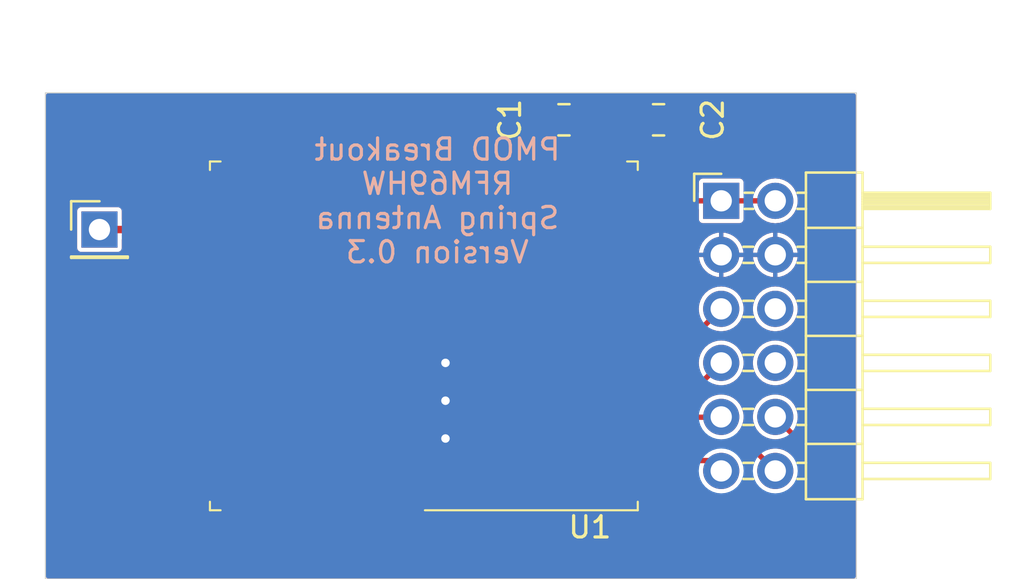
<source format=kicad_pcb>
(kicad_pcb (version 20221018) (generator pcbnew)
  (layers (0 "F.Cu" signal) (31 "B.Cu" signal) (34 "B.Paste" user) (35 "F.Paste" user) (36 "B.SilkS" user "B.Silkscreen") (37 "F.SilkS" user "F.Silkscreen") (38 "B.Mask" user) (39 "F.Mask" user) (44 "Edge.Cuts" user))
  (net 0 "")
  (net 1 "GND")
  (net 2 "DIO0")
  (net 3 "nRESET")
  (net 4 "nCS")
  (net 5 "SCK")
  (net 6 "MOSI")
  (net 7 "MISO")
  (net 8 "VCC")
  (net 11 "Net-(J2-Pin_1)")
  (footprint "Connector_PinHeader_2.54mm:PinHeader_2x06_P2.54mm_Horizontal" (layer "F.Cu") (at 149.86 43.18)
    (fp_text reference "J1" hide)
    (fp_text value "Conn_02x06_Odd_Even")
    (fp_line (start -1.27 -1.27) (end 0 -1.27) (stroke (width 0.12)) (layer "F.SilkS"))
    (fp_line (start -1.27 0) (end -1.27 -1.27) (stroke (width 0.12)) (layer "F.SilkS"))
    (fp_line (start 1.042929 2.16) (end 1.497071 2.16) (stroke (width 0.12)) (layer "F.SilkS"))
    (fp_line (start 1.042929 2.92) (end 1.497071 2.92) (stroke (width 0.12)) (layer "F.SilkS"))
    (fp_line (start 1.042929 4.7) (end 1.497071 4.7) (stroke (width 0.12)) (layer "F.SilkS"))
    (fp_line (start 1.042929 5.46) (end 1.497071 5.46) (stroke (width 0.12)) (layer "F.SilkS"))
    (fp_line (start 1.042929 7.24) (end 1.497071 7.24) (stroke (width 0.12)) (layer "F.SilkS"))
    (fp_line (start 1.042929 8) (end 1.497071 8) (stroke (width 0.12)) (layer "F.SilkS"))
    (fp_line (start 1.042929 9.78) (end 1.497071 9.78) (stroke (width 0.12)) (layer "F.SilkS"))
    (fp_line (start 1.042929 10.54) (end 1.497071 10.54) (stroke (width 0.12)) (layer "F.SilkS"))
    (fp_line (start 1.042929 12.32) (end 1.497071 12.32) (stroke (width 0.12)) (layer "F.SilkS"))
    (fp_line (start 1.042929 13.08) (end 1.497071 13.08) (stroke (width 0.12)) (layer "F.SilkS"))
    (fp_line (start 1.11 -0.38) (end 1.497071 -0.38) (stroke (width 0.12)) (layer "F.SilkS"))
    (fp_line (start 1.11 0.38) (end 1.497071 0.38) (stroke (width 0.12)) (layer "F.SilkS"))
    (fp_line (start 3.582929 -0.38) (end 3.98 -0.38) (stroke (width 0.12)) (layer "F.SilkS"))
    (fp_line (start 3.582929 0.38) (end 3.98 0.38) (stroke (width 0.12)) (layer "F.SilkS"))
    (fp_line (start 3.582929 2.16) (end 3.98 2.16) (stroke (width 0.12)) (layer "F.SilkS"))
    (fp_line (start 3.582929 2.92) (end 3.98 2.92) (stroke (width 0.12)) (layer "F.SilkS"))
    (fp_line (start 3.582929 4.7) (end 3.98 4.7) (stroke (width 0.12)) (layer "F.SilkS"))
    (fp_line (start 3.582929 5.46) (end 3.98 5.46) (stroke (width 0.12)) (layer "F.SilkS"))
    (fp_line (start 3.582929 7.24) (end 3.98 7.24) (stroke (width 0.12)) (layer "F.SilkS"))
    (fp_line (start 3.582929 8) (end 3.98 8) (stroke (width 0.12)) (layer "F.SilkS"))
    (fp_line (start 3.582929 9.78) (end 3.98 9.78) (stroke (width 0.12)) (layer "F.SilkS"))
    (fp_line (start 3.582929 10.54) (end 3.98 10.54) (stroke (width 0.12)) (layer "F.SilkS"))
    (fp_line (start 3.582929 12.32) (end 3.98 12.32) (stroke (width 0.12)) (layer "F.SilkS"))
    (fp_line (start 3.582929 13.08) (end 3.98 13.08) (stroke (width 0.12)) (layer "F.SilkS"))
    (fp_line (start 3.98 -1.33) (end 3.98 14.03) (stroke (width 0.12)) (layer "F.SilkS"))
    (fp_line (start 3.98 1.27) (end 6.64 1.27) (stroke (width 0.12)) (layer "F.SilkS"))
    (fp_line (start 3.98 3.81) (end 6.64 3.81) (stroke (width 0.12)) (layer "F.SilkS"))
    (fp_line (start 3.98 6.35) (end 6.64 6.35) (stroke (width 0.12)) (layer "F.SilkS"))
    (fp_line (start 3.98 8.89) (end 6.64 8.89) (stroke (width 0.12)) (layer "F.SilkS"))
    (fp_line (start 3.98 11.43) (end 6.64 11.43) (stroke (width 0.12)) (layer "F.SilkS"))
    (fp_line (start 3.98 14.03) (end 6.64 14.03) (stroke (width 0.12)) (layer "F.SilkS"))
    (fp_line (start 6.64 -1.33) (end 3.98 -1.33) (stroke (width 0.12)) (layer "F.SilkS"))
    (fp_line (start 6.64 -0.38) (end 12.64 -0.38) (stroke (width 0.12)) (layer "F.SilkS"))
    (fp_line (start 6.64 -0.32) (end 12.64 -0.32) (stroke (width 0.12)) (layer "F.SilkS"))
    (fp_line (start 6.64 -0.2) (end 12.64 -0.2) (stroke (width 0.12)) (layer "F.SilkS"))
    (fp_line (start 6.64 -0.08) (end 12.64 -0.08) (stroke (width 0.12)) (layer "F.SilkS"))
    (fp_line (start 6.64 0.04) (end 12.64 0.04) (stroke (width 0.12)) (layer "F.SilkS"))
    (fp_line (start 6.64 0.16) (end 12.64 0.16) (stroke (width 0.12)) (layer "F.SilkS"))
    (fp_line (start 6.64 0.28) (end 12.64 0.28) (stroke (width 0.12)) (layer "F.SilkS"))
    (fp_line (start 6.64 2.16) (end 12.64 2.16) (stroke (width 0.12)) (layer "F.SilkS"))
    (fp_line (start 6.64 4.7) (end 12.64 4.7) (stroke (width 0.12)) (layer "F.SilkS"))
    (fp_line (start 6.64 7.24) (end 12.64 7.24) (stroke (width 0.12)) (layer "F.SilkS"))
    (fp_line (start 6.64 9.78) (end 12.64 9.78) (stroke (width 0.12)) (layer "F.SilkS"))
    (fp_line (start 6.64 12.32) (end 12.64 12.32) (stroke (width 0.12)) (layer "F.SilkS"))
    (fp_line (start 6.64 14.03) (end 6.64 -1.33) (stroke (width 0.12)) (layer "F.SilkS"))
    (fp_line (start 12.64 -0.38) (end 12.64 0.38) (stroke (width 0.12)) (layer "F.SilkS"))
    (fp_line (start 12.64 0.38) (end 6.64 0.38) (stroke (width 0.12)) (layer "F.SilkS"))
    (fp_line (start 12.64 2.16) (end 12.64 2.92) (stroke (width 0.12)) (layer "F.SilkS"))
    (fp_line (start 12.64 2.92) (end 6.64 2.92) (stroke (width 0.12)) (layer "F.SilkS"))
    (fp_line (start 12.64 4.7) (end 12.64 5.46) (stroke (width 0.12)) (layer "F.SilkS"))
    (fp_line (start 12.64 5.46) (end 6.64 5.46) (stroke (width 0.12)) (layer "F.SilkS"))
    (fp_line (start 12.64 7.24) (end 12.64 8) (stroke (width 0.12)) (layer "F.SilkS"))
    (fp_line (start 12.64 8) (end 6.64 8) (stroke (width 0.12)) (layer "F.SilkS"))
    (fp_line (start 12.64 9.78) (end 12.64 10.54) (stroke (width 0.12)) (layer "F.SilkS"))
    (fp_line (start 12.64 10.54) (end 6.64 10.54) (stroke (width 0.12)) (layer "F.SilkS"))
    (fp_line (start 12.64 12.32) (end 12.64 13.08) (stroke (width 0.12)) (layer "F.SilkS"))
    (fp_line (start 12.64 13.08) (end 6.64 13.08) (stroke (width 0.12)) (layer "F.SilkS"))
    (pad "1" thru_hole rect (at 0 0) (size 1.7 1.7) (drill 1) (layers "*.Cu" "*.Mask") (net 8 "VCC"))
    (pad "2" thru_hole oval (at 2.54 0) (size 1.7 1.7) (drill 1) (layers "*.Cu" "*.Mask") (net 8 "VCC"))
    (pad "3" thru_hole oval (at 0 2.54) (size 1.7 1.7) (drill 1) (layers "*.Cu" "*.Mask") (net 1 "GND"))
    (pad "4" thru_hole oval (at 2.54 2.54) (size 1.7 1.7) (drill 1) (layers "*.Cu" "*.Mask") (net 1 "GND"))
    (pad "5" thru_hole oval (at 0 5.08) (size 1.7 1.7) (drill 1) (layers "*.Cu" "*.Mask") (net 5 "SCK"))
    (pad "6" thru_hole oval (at 2.54 5.08) (size 1.7 1.7) (drill 1) (layers "*.Cu" "*.Mask"))
    (pad "7" thru_hole oval (at 0 7.62) (size 1.7 1.7) (drill 1) (layers "*.Cu" "*.Mask") (net 7 "MISO"))
    (pad "8" thru_hole oval (at 2.54 7.62) (size 1.7 1.7) (drill 1) (layers "*.Cu" "*.Mask"))
    (pad "9" thru_hole oval (at 0 10.16) (size 1.7 1.7) (drill 1) (layers "*.Cu" "*.Mask") (net 6 "MOSI"))
    (pad "10" thru_hole oval (at 2.54 10.16) (size 1.7 1.7) (drill 1) (layers "*.Cu" "*.Mask") (net 3 "nRESET"))
    (pad "11" thru_hole oval (at 0 12.7) (size 1.7 1.7) (drill 1) (layers "*.Cu" "*.Mask") (net 4 "nCS"))
    (pad "12" thru_hole oval (at 2.54 12.7) (size 1.7 1.7) (drill 1) (layers "*.Cu" "*.Mask") (net 2 "DIO0"))
  )
  (footprint "Capacitor_SMD:C_0805_2012Metric_Pad1.18x1.45mm_HandSolder" (layer "F.Cu") (at 142.4725 39.37 180)
    (fp_text reference "C1" (at 2.54 0 90) (layer "F.SilkS"))
    (fp_text value "C_Small")
    (fp_line (start -0.261252 -0.735) (end 0.261252 -0.735) (stroke (width 0.12)) (layer "F.SilkS"))
    (fp_line (start -0.261252 0.735) (end 0.261252 0.735) (stroke (width 0.12)) (layer "F.SilkS"))
    (pad "1" smd roundrect (at -1.0375 0 180) (size 1.175 1.45) (layers "F.Cu" "F.Paste" "F.Mask") (roundrect_rratio 0.2127659574) (net 8 "VCC"))
    (pad "2" smd roundrect (at 1.0375 0 180) (size 1.175 1.45) (layers "F.Cu" "F.Paste" "F.Mask") (roundrect_rratio 0.2127659574) (net 1 "GND"))
  )
  (footprint "RF_Module:HOPERF_RFM69HW" (layer "F.Cu") (at 135.89 49.53 180)
    (fp_text reference "U1" (at -7.8 -9) (layer "F.SilkS"))
    (fp_text value "RFM69HW")
    (fp_line (start -10.05 -8.2) (end -10.05 -7.8) (stroke (width 0.1)) (layer "F.SilkS"))
    (fp_line (start -10.05 -8.2) (end -0.05 -8.2) (stroke (width 0.1)) (layer "F.SilkS"))
    (fp_line (start -10.05 7.8) (end -10.05 8.2) (stroke (width 0.1)) (layer "F.SilkS"))
    (fp_line (start -10.05 8.2) (end -9.55 8.2) (stroke (width 0.1)) (layer "F.SilkS"))
    (fp_line (start 9.55 -8.2) (end 10.05 -8.2) (stroke (width 0.1)) (layer "F.SilkS"))
    (fp_line (start 9.55 8.2) (end 10.05 8.2) (stroke (width 0.1)) (layer "F.SilkS"))
    (fp_line (start 10.05 -8.2) (end 10.05 -7.8) (stroke (width 0.1)) (layer "F.SilkS"))
    (fp_line (start 10.05 7.8) (end 10.05 8.2) (stroke (width 0.1)) (layer "F.SilkS"))
    (pad "1" smd rect (at -9.1 -7 180) (size 2.5 1) (layers "F.Cu" "F.Paste" "F.Mask") (net 3 "nRESET"))
    (pad "2" smd rect (at -9.1 -5 180) (size 2.5 1) (layers "F.Cu" "F.Paste" "F.Mask") (net 2 "DIO0"))
    (pad "3" smd rect (at -9.1 -3 180) (size 2.5 1) (layers "F.Cu" "F.Paste" "F.Mask"))
    (pad "4" smd rect (at -9.1 -1 180) (size 2.5 1) (layers "F.Cu" "F.Paste" "F.Mask"))
    (pad "5" smd rect (at -9.1 1 180) (size 2.5 1) (layers "F.Cu" "F.Paste" "F.Mask"))
    (pad "6" smd rect (at -9.1 3 180) (size 2.5 1) (layers "F.Cu" "F.Paste" "F.Mask"))
    (pad "7" smd rect (at -9.1 5 180) (size 2.5 1) (layers "F.Cu" "F.Paste" "F.Mask"))
    (pad "8" smd rect (at -9.1 7 180) (size 2.5 1) (layers "F.Cu" "F.Paste" "F.Mask") (net 8 "VCC"))
    (pad "9" smd rect (at 9.1 7 180) (size 2.5 1) (layers "F.Cu" "F.Paste" "F.Mask") (net 1 "GND"))
    (pad "10" smd rect (at 9.1 5 180) (size 2.5 1) (layers "F.Cu" "F.Paste" "F.Mask") (net 11 "Net-(J2-Pin_1)"))
    (pad "11" smd rect (at 9.1 3 180) (size 2.5 1) (layers "F.Cu" "F.Paste" "F.Mask") (net 1 "GND"))
    (pad "12" smd rect (at 9.1 1 180) (size 2.5 1) (layers "F.Cu" "F.Paste" "F.Mask") (net 5 "SCK"))
    (pad "13" smd rect (at 9.1 -1 180) (size 2.5 1) (layers "F.Cu" "F.Paste" "F.Mask") (net 6 "MOSI"))
    (pad "14" smd rect (at 9.1 -3 180) (size 2.5 1) (layers "F.Cu" "F.Paste" "F.Mask") (net 7 "MISO"))
    (pad "15" smd rect (at 9.1 -5 180) (size 2.5 1) (layers "F.Cu" "F.Paste" "F.Mask") (net 4 "nCS"))
    (pad "16" smd rect (at 9.1 -7 180) (size 2.5 1) (layers "F.Cu" "F.Paste" "F.Mask"))
  )
  (footprint "Connector_PinHeader_2.54mm:PinHeader_1x01_P2.54mm_Vertical" (layer "F.Cu") (at 120.65 44.53)
    (fp_text reference "J2" hide)
    (fp_text value "Conn_01x01")
    (fp_line (start -1.33 -1.33) (end 0 -1.33) (stroke (width 0.12)) (layer "F.SilkS"))
    (fp_line (start -1.33 0) (end -1.33 -1.33) (stroke (width 0.12)) (layer "F.SilkS"))
    (fp_line (start -1.33 1.27) (end -1.33 1.33) (stroke (width 0.12)) (layer "F.SilkS"))
    (fp_line (start -1.33 1.27) (end 1.33 1.27) (stroke (width 0.12)) (layer "F.SilkS"))
    (fp_line (start -1.33 1.33) (end 1.33 1.33) (stroke (width 0.12)) (layer "F.SilkS"))
    (fp_line (start 1.33 1.27) (end 1.33 1.33) (stroke (width 0.12)) (layer "F.SilkS"))
    (pad "1" thru_hole rect (at 0 0) (size 1.7 1.7) (drill 1) (layers "*.Cu" "*.Mask") (net 11 "Net-(J2-Pin_1)"))
  )
  (footprint "Capacitor_SMD:C_0805_2012Metric_Pad1.18x1.45mm_HandSolder" (layer "F.Cu") (at 146.9175 39.37)
    (fp_text reference "C2" (at 2.54 0 90) (layer "F.SilkS"))
    (fp_text value "C_Small")
    (fp_line (start -0.261252 -0.735) (end 0.261252 -0.735) (stroke (width 0.12)) (layer "F.SilkS"))
    (fp_line (start -0.261252 0.735) (end 0.261252 0.735) (stroke (width 0.12)) (layer "F.SilkS"))
    (pad "1" smd roundrect (at -1.0375 0) (size 1.175 1.45) (layers "F.Cu" "F.Paste" "F.Mask") (roundrect_rratio 0.2127659574) (net 8 "VCC"))
    (pad "2" smd roundrect (at 1.0375 0) (size 1.175 1.45) (layers "F.Cu" "F.Paste" "F.Mask") (roundrect_rratio 0.2127659574) (net 1 "GND"))
  )
  (gr_rect (start 118.11 38.1) (end 156.21 60.96) (stroke (width 0.05)) (fill none) (layer "Edge.Cuts"))
  (gr_text "PMOD Breakout\nRFM69HW\nSpring Antenna\nVersion 0.3" (at 136.525 43.18) (layer "B.SilkS") (effects (font (size 1 1)) (justify mirror)))
  (via (at 136.906 54.356) (size 0.8) (drill 0.4) (layers "F.Cu" "B.Cu") (net 1))
  (via (at 136.906 50.8) (size 0.8) (drill 0.4) (layers "F.Cu" "B.Cu") (net 1))
  (via (at 136.906 52.578) (size 0.8) (drill 0.4) (layers "F.Cu" "B.Cu") (net 1))
  (segment (start 152.4 55.88) (end 151.05 54.53) (width 0.25) (layer "F.Cu") (net 2))
  (segment (start 151.05 54.53) (end 144.99 54.53) (width 0.25) (layer "F.Cu") (net 2))
  (segment (start 144.99 56.53) (end 145.61 57.15) (width 0.25) (layer "F.Cu") (net 3))
  (segment (start 153.67 56.271701) (end 153.67 54.61) (width 0.25) (layer "F.Cu") (net 3))
  (segment (start 152.791701 57.15) (end 153.67 56.271701) (width 0.25) (layer "F.Cu") (net 3))
  (segment (start 153.67 54.61) (end 152.4 53.34) (width 0.25) (layer "F.Cu") (net 3))
  (segment (start 145.61 57.15) (end 152.791701 57.15) (width 0.25) (layer "F.Cu") (net 3))
  (segment (start 149.86 55.88) (end 149.373299 55.393299) (width 0.25) (layer "F.Cu") (net 4))
  (segment (start 127.653299 55.393299) (end 126.79 54.53) (width 0.25) (layer "F.Cu") (net 4))
  (segment (start 149.373299 55.393299) (end 127.653299 55.393299) (width 0.25) (layer "F.Cu") (net 4))
  (segment (start 126.79 48.53) (end 127.615 49.355) (width 0.25) (layer "F.Cu") (net 5))
  (segment (start 148.765 49.355) (end 149.86 48.26) (width 0.25) (layer "F.Cu") (net 5))
  (segment (start 127.615 49.355) (end 148.765 49.355) (width 0.25) (layer "F.Cu") (net 5))
  (segment (start 125.11 53.355) (end 124.46 52.705) (width 0.25) (layer "F.Cu") (net 6))
  (segment (start 125.365 50.53) (end 126.79 50.53) (width 0.25) (layer "F.Cu") (net 6))
  (segment (start 124.46 52.705) (end 124.46 51.435) (width 0.25) (layer "F.Cu") (net 6))
  (segment (start 149.845 53.355) (end 125.11 53.355) (width 0.25) (layer "F.Cu") (net 6))
  (segment (start 149.86 53.34) (end 149.845 53.355) (width 0.25) (layer "F.Cu") (net 6))
  (segment (start 124.46 51.435) (end 125.365 50.53) (width 0.25) (layer "F.Cu") (net 6))
  (segment (start 127.615 51.705) (end 148.955 51.705) (width 0.25) (layer "F.Cu") (net 7))
  (segment (start 148.955 51.705) (end 149.86 50.8) (width 0.25) (layer "F.Cu") (net 7))
  (segment (start 126.79 52.53) (end 127.615 51.705) (width 0.25) (layer "F.Cu") (net 7))
  (segment (start 145.64 43.18) (end 144.99 42.53) (width 0.25) (layer "F.Cu") (net 8))
  (segment (start 144.99 42.53) (end 144.99 40.26) (width 0.25) (layer "F.Cu") (net 8))
  (segment (start 145.88 39.37) (end 143.51 39.37) (width 0.25) (layer "F.Cu") (net 8))
  (segment (start 144.99 40.26) (end 145.88 39.37) (width 0.25) (layer "F.Cu") (net 8))
  (segment (start 152.4 43.18) (end 149.86 43.18) (width 0.25) (layer "F.Cu") (net 8))
  (segment (start 149.86 43.18) (end 145.64 43.18) (width 0.25) (layer "F.Cu") (net 8))
  (segment (start 126.79 44.53) (end 120.65 44.53) (width 0.35) (layer "F.Cu") (net 11))
  (zone (net 1) (net_name "GND") (layers "F&B.Cu") (connect_pads (clearance 0.2)) (min_thickness 0.2) (fill yes (thermal_gap 0.2) (thermal_bridge_width 0.2))
    (polygon (pts (xy 156.21 60.96) (xy 118.11 60.96) (xy 118.11 38.1) (xy 156.21 38.1)))
  )
)
</source>
